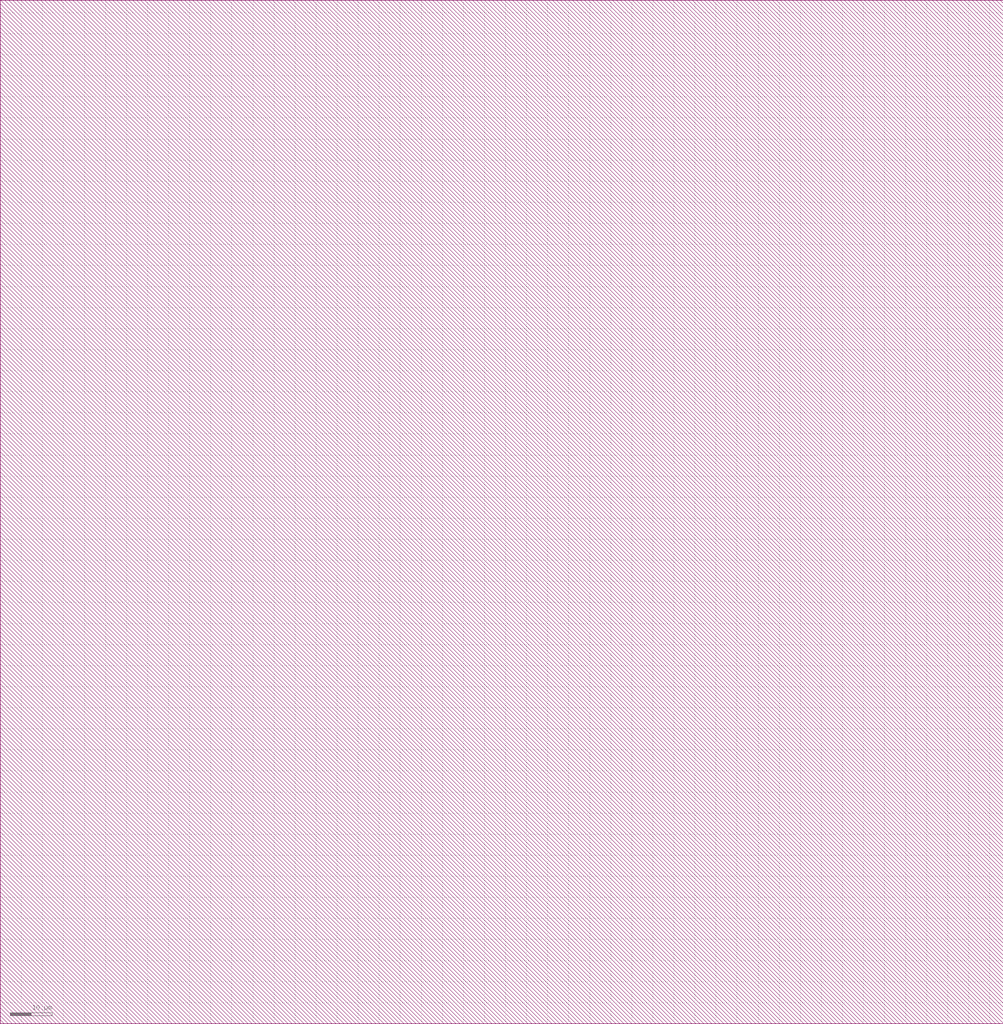
<source format=lef>
VERSION 5.6 ;

BUSBITCHARS "[]" ;

DIVIDERCHAR "/" ;

UNITS
    DATABASE MICRONS 1000 ;
END UNITS

MANUFACTURINGGRID 0.005000 ; 

CLEARANCEMEASURE EUCLIDEAN ; 

USEMINSPACING OBS ON ; 

SITE CoreSite
    CLASS CORE ;
    SIZE 0.600000 BY 0.300000 ;
END CoreSite

LAYER li
   TYPE ROUTING ;
   DIRECTION VERTICAL ;
   MINWIDTH 0.300000 ;
   AREA 0.056250 ;
   WIDTH 0.300000 ;
   SPACINGTABLE
      PARALLELRUNLENGTH 0.0
      WIDTH 0.0 0.225000 ;
   PITCH 0.600000 0.600000 ;
END li

LAYER mcon
    TYPE CUT ;
    SPACING 0.225000 ;
    WIDTH 0.300000 ;
    ENCLOSURE ABOVE 0.075000 0.075000 ;
    ENCLOSURE BELOW 0.000000 0.000000 ;
END mcon

LAYER met1
   TYPE ROUTING ;
   DIRECTION HORIZONTAL ;
   MINWIDTH 0.150000 ;
   AREA 0.084375 ;
   WIDTH 0.150000 ;
   SPACINGTABLE
      PARALLELRUNLENGTH 0.0
      WIDTH 0.0 0.150000 ;
   PITCH 0.300000 0.300000 ;
END met1

LAYER v1
    TYPE CUT ;
    SPACING 0.075000 ;
    WIDTH 0.300000 ;
    ENCLOSURE ABOVE 0.075000 0.075000 ;
    ENCLOSURE BELOW 0.075000 0.075000 ;
END v1

LAYER met2
   TYPE ROUTING ;
   DIRECTION VERTICAL ;
   MINWIDTH 0.150000 ;
   AREA 0.073125 ;
   WIDTH 0.150000 ;
   SPACINGTABLE
      PARALLELRUNLENGTH 0.0
      WIDTH 0.0 0.150000 ;
   PITCH 0.300000 0.300000 ;
END met2

LAYER v2
    TYPE CUT ;
    SPACING 0.150000 ;
    WIDTH 0.300000 ;
    ENCLOSURE ABOVE 0.075000 0.075000 ;
    ENCLOSURE BELOW 0.075000 0.000000 ;
END v2

LAYER met3
   TYPE ROUTING ;
   DIRECTION HORIZONTAL ;
   MINWIDTH 0.300000 ;
   AREA 0.241875 ;
   WIDTH 0.300000 ;
   SPACINGTABLE
      PARALLELRUNLENGTH 0.0
      WIDTH 0.0 0.300000 ;
   PITCH 0.600000 0.600000 ;
END met3

LAYER v3
    TYPE CUT ;
    SPACING 0.150000 ;
    WIDTH 0.450000 ;
    ENCLOSURE ABOVE 0.075000 0.075000 ;
    ENCLOSURE BELOW 0.075000 0.000000 ;
END v3

LAYER met4
   TYPE ROUTING ;
   DIRECTION VERTICAL ;
   MINWIDTH 0.300000 ;
   AREA 0.241875 ;
   WIDTH 0.300000 ;
   SPACINGTABLE
      PARALLELRUNLENGTH 0.0
      WIDTH 0.0 0.300000 ;
   PITCH 0.600000 0.600000 ;
END met4

LAYER v4
    TYPE CUT ;
    SPACING 0.450000 ;
    WIDTH 1.200000 ;
    ENCLOSURE ABOVE 0.150000 0.150000 ;
    ENCLOSURE BELOW 0.000000 0.000000 ;
END v4

LAYER met5
   TYPE ROUTING ;
   DIRECTION HORIZONTAL ;
   MINWIDTH 1.650000 ;
   AREA 4.005000 ;
   WIDTH 1.650000 ;
   SPACINGTABLE
      PARALLELRUNLENGTH 0.0
      WIDTH 0.0 1.650000 ;
   PITCH 3.300000 3.300000 ;
END met5

LAYER OVERLAP
   TYPE OVERLAP ;
END OVERLAP

VIA mcon_C DEFAULT
   LAYER li ;
     RECT -0.150000 -0.150000 0.150000 0.150000 ;
   LAYER mcon ;
     RECT -0.150000 -0.150000 0.150000 0.150000 ;
   LAYER met1 ;
     RECT -0.225000 -0.225000 0.225000 0.225000 ;
END mcon_C

VIA v1_C DEFAULT
   LAYER met1 ;
     RECT -0.225000 -0.225000 0.225000 0.225000 ;
   LAYER v1 ;
     RECT -0.150000 -0.150000 0.150000 0.150000 ;
   LAYER met2 ;
     RECT -0.225000 -0.225000 0.225000 0.225000 ;
END v1_C

VIA v2_C DEFAULT
   LAYER met2 ;
     RECT -0.150000 -0.225000 0.150000 0.225000 ;
   LAYER v2 ;
     RECT -0.150000 -0.150000 0.150000 0.150000 ;
   LAYER met3 ;
     RECT -0.225000 -0.225000 0.225000 0.225000 ;
END v2_C

VIA v2_Ch
   LAYER met2 ;
     RECT -0.225000 -0.150000 0.225000 0.150000 ;
   LAYER v2 ;
     RECT -0.150000 -0.150000 0.150000 0.150000 ;
   LAYER met3 ;
     RECT -0.225000 -0.225000 0.225000 0.225000 ;
END v2_Ch

VIA v2_Cv
   LAYER met2 ;
     RECT -0.150000 -0.225000 0.150000 0.225000 ;
   LAYER v2 ;
     RECT -0.150000 -0.150000 0.150000 0.150000 ;
   LAYER met3 ;
     RECT -0.225000 -0.225000 0.225000 0.225000 ;
END v2_Cv

VIA v3_C DEFAULT
   LAYER met3 ;
     RECT -0.300000 -0.225000 0.300000 0.225000 ;
   LAYER v3 ;
     RECT -0.225000 -0.225000 0.225000 0.225000 ;
   LAYER met4 ;
     RECT -0.300000 -0.300000 0.300000 0.300000 ;
END v3_C

VIA v3_Ch
   LAYER met3 ;
     RECT -0.300000 -0.225000 0.300000 0.225000 ;
   LAYER v3 ;
     RECT -0.225000 -0.225000 0.225000 0.225000 ;
   LAYER met4 ;
     RECT -0.300000 -0.300000 0.300000 0.300000 ;
END v3_Ch

VIA v3_Cv
   LAYER met3 ;
     RECT -0.300000 -0.225000 0.300000 0.225000 ;
   LAYER v3 ;
     RECT -0.225000 -0.225000 0.225000 0.225000 ;
   LAYER met4 ;
     RECT -0.300000 -0.300000 0.300000 0.300000 ;
END v3_Cv

VIA v4_C DEFAULT
   LAYER met4 ;
     RECT -0.600000 -0.600000 0.600000 0.600000 ;
   LAYER v4 ;
     RECT -0.600000 -0.600000 0.600000 0.600000 ;
   LAYER met5 ;
     RECT -0.750000 -0.750000 0.750000 0.750000 ;
END v4_C

MACRO _0_0std_0_0cells_0_0TIELOX1
    CLASS CORE ;
    FOREIGN _0_0std_0_0cells_0_0TIELOX1 0.000000 0.000000 ;
    ORIGIN 0.000000 0.000000 ;
    SIZE 1.800000 BY 3.000000 ;
    SYMMETRY X Y ;
    SITE CoreSite ;
    PIN Y
        DIRECTION OUTPUT ;
        USE SIGNAL ;
        PORT
        LAYER li ;
        RECT 1.200000 0.750000 1.500000 0.825000 ;
        RECT 1.200000 0.525000 1.425000 0.750000 ;
        RECT 1.200000 0.300000 1.500000 0.525000 ;
        RECT 1.425000 0.525000 1.500000 0.750000 ;
        END
        ANTENNADIFFAREA 0.168750 ;
    END Y
    PIN Vdd
        DIRECTION INPUT ;
        USE POWER ;
        PORT
        LAYER li ;
        RECT 0.525000 2.775000 0.900000 2.850000 ;
        RECT 0.525000 2.550000 0.600000 2.775000 ;
        RECT 0.525000 2.475000 0.900000 2.550000 ;
        RECT 0.600000 2.550000 0.825000 2.775000 ;
        RECT 0.600000 2.100000 0.900000 2.475000 ;
        RECT 0.600000 1.875000 0.675000 2.100000 ;
        RECT 0.600000 1.800000 0.900000 1.875000 ;
        RECT 0.825000 2.550000 0.900000 2.775000 ;
        RECT 0.675000 1.875000 0.900000 2.100000 ;
        LAYER mcon ;
        RECT 0.600000 2.550000 0.825000 2.775000 ;
        LAYER met1 ;
        RECT 0.525000 2.775000 0.900000 2.850000 ;
        RECT 0.525000 2.550000 0.600000 2.775000 ;
        RECT 0.525000 2.475000 0.900000 2.550000 ;
        RECT 0.600000 2.550000 0.825000 2.775000 ;
        RECT 0.825000 2.550000 0.900000 2.775000 ;
        END
        ANTENNADIFFAREA 0.281250 ;
    END Vdd
    PIN GND
        DIRECTION INPUT ;
        USE GROUND ;
        PORT
        LAYER li ;
        RECT 0.525000 0.525000 0.675000 0.600000 ;
        RECT 0.525000 0.300000 0.600000 0.525000 ;
        RECT 0.525000 0.225000 0.900000 0.300000 ;
        RECT 0.600000 0.750000 0.900000 0.825000 ;
        RECT 0.600000 0.600000 0.675000 0.750000 ;
        RECT 0.675000 0.525000 0.900000 0.750000 ;
        RECT 0.600000 0.300000 0.825000 0.525000 ;
        RECT 0.825000 0.300000 0.900000 0.525000 ;
        LAYER mcon ;
        RECT 0.600000 0.300000 0.825000 0.525000 ;
        LAYER met1 ;
        RECT 0.525000 0.525000 0.900000 0.600000 ;
        RECT 0.525000 0.300000 0.600000 0.525000 ;
        RECT 0.525000 0.225000 0.900000 0.300000 ;
        RECT 0.600000 0.300000 0.825000 0.525000 ;
        RECT 0.825000 0.300000 0.900000 0.525000 ;
        END
        ANTENNADIFFAREA 0.168750 ;
    END GND
    OBS
        LAYER li ;
        RECT 1.200000 2.700000 1.500000 2.775000 ;
        RECT 1.200000 2.475000 1.425000 2.700000 ;
        RECT 1.200000 2.100000 1.500000 2.475000 ;
        RECT 1.200000 1.875000 1.425000 2.100000 ;
        RECT 1.200000 1.800000 1.500000 1.875000 ;
        RECT 1.425000 2.475000 1.500000 2.700000 ;
        RECT 1.425000 1.875000 1.500000 2.100000 ;
    END
END _0_0std_0_0cells_0_0TIELOX1

MACRO welltap_svt
    CLASS CORE WELLTAP ;
    FOREIGN welltap_svt 0.000000 0.000000 ;
    ORIGIN 0.000000 0.000000 ;
    SIZE 1.200000 BY 2.100000 ;
    SYMMETRY X Y ;
    SITE CoreSite ;
    PIN Vdd
        DIRECTION INPUT ;
        USE POWER ;
        PORT
        LAYER li ;
        RECT 0.600000 1.500000 0.900000 1.800000 ;
        END
    END Vdd
    PIN GND
        DIRECTION INPUT ;
        USE GROUND ;
        PORT
        LAYER li ;
        RECT 0.600000 0.300000 0.900000 0.600000 ;
        END
    END GND
END welltap_svt

MACRO circuitppnp
   CLASS CORE ;
   FOREIGN circuitppnp 0.000000 0.000000 ;
   ORIGIN 0.000000 0.000000 ; 
   SIZE 238.200000 BY 243.000000 ; 
   SYMMETRY X Y ;
   SITE CoreSite ;
END circuitppnp

MACRO circuitwell
   CLASS CORE ;
   FOREIGN circuitwell 0.000000 0.000000 ;
   ORIGIN 0.000000 0.000000 ; 
   SIZE 238.200000 BY 243.000000 ; 
   SYMMETRY X Y ;
   SITE CoreSite ;
END circuitwell


</source>
